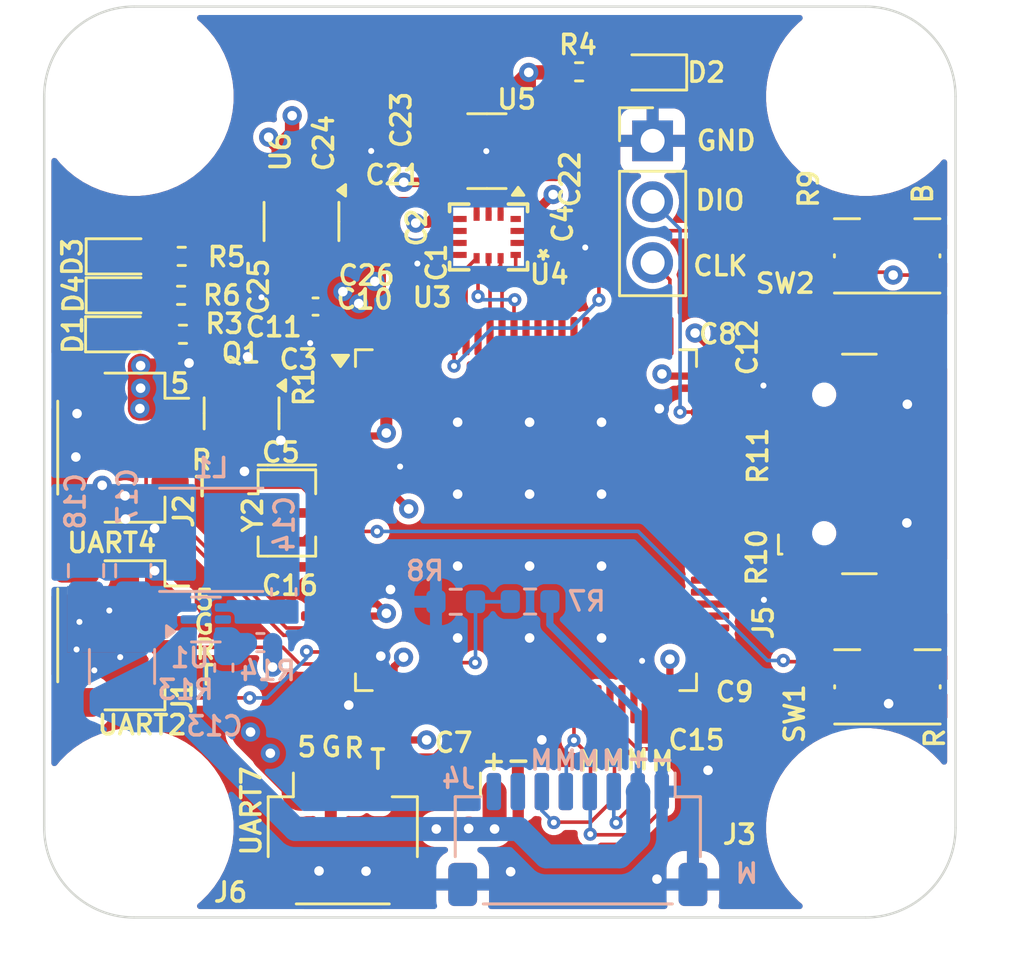
<source format=kicad_pcb>
(kicad_pcb (version 20241229) (generator "pcbnew") (generator_version "9.0")
  (layers (0 "F.Cu" signal) (4 "In1.Cu" signal) (6 "In2.Cu" signal) (2 "B.Cu" signal) (13 "F.Paste" user) (15 "B.Paste" user) (5 "F.SilkS" user "F.Silkscreen") (7 "B.SilkS" user "B.Silkscreen") (1 "F.Mask" user) (3 "B.Mask" user) (25 "Edge.Cuts" user))
  (net 0 "")
  (net 1 "/GND")
  (net 2 "/RESET1")
  (net 3 "/12V")
  (net 4 "Net-(D1-A)")
  (net 5 "Net-(D3-A)")
  (net 6 "Net-(D4-A)")
  (net 7 "/GREEN")
  (net 8 "/BLUE")
  (net 9 "/U2TX")
  (net 10 "/U2RX")
  (net 11 "/IMU_CS")
  (net 12 "/YELLOW")
  (net 13 "/BOOT")
  (net 14 "/MOTOR0")
  (net 15 "/MOTOR1")
  (net 16 "/MOTOR2")
  (net 17 "/MOTOR3")
  (net 18 "/VMCU")
  (net 19 "/VGYRO")
  (net 20 "/5V")
  (net 21 "Net-(U5-BP)")
  (net 22 "Net-(U6-BP)")
  (net 23 "Net-(D2-A)")
  (net 25 "/SCK")
  (net 26 "/MOSI")
  (net 27 "/MISO")
  (net 28 "/VBATMON")
  (net 46 "/U4RX")
  (net 47 "Net-(U3-PH1)")
  (net 48 "/U4TX")
  (net 57 "/U7RX")
  (net 69 "/U7TX")
  (net 71 "Net-(U3-PH0)")
  (net 72 "Net-(C12-Pad1)")
  (net 82 "Net-(C15-Pad1)")
  (net 87 "unconnected-(J5-SBU2-PadB8)")
  (net 88 "Net-(J5-CC2)")
  (net 90 "/USB_DM")
  (net 91 "/NOVBUS")
  (net 92 "/USB_DP")
  (net 93 "Net-(J5-CC1)")
  (net 94 "/SWCLK")
  (net 95 "/SWDIO")
  (net 103 "/SMPS_BOOST")
  (net 104 "/SMPS_V")
  (net 105 "Net-(U1-FB)")
  (net 111 "/VTX_PWR")
  (net 112 "Net-(J2-Pin_2)")
  (footprint "Capacitor_SMD:C_0201_0603Metric" (layer "F.Cu") (at 61.3675 93.575 180)
    (property "Reference" "C26")
    (property "Value" "1u")
  )
  (footprint "Resistor_SMD:R_0402_1005Metric" (layer "F.Cu") (at 55.71 94.045 180)
    (property "Reference" "R6")
    (property "Value" "1K")
  )
  (footprint "Capacitor_SMD:C_0201_0603Metric" (layer "F.Cu") (at 66.04125 90.14 180)
    (property "Reference" "C2")
    (property "Value" "2.2u")
  )
  (footprint "LED_SMD:LED_0603_1608Metric" (layer "F.Cu") (at 53.235 94.045)
    (property "Reference" "D4")
    (property "Value" "BLUE_LED")
  )
  (footprint "Capacitor_SMD:C_0201_0603Metric" (layer "F.Cu") (at 60.7275 88.155 -90)
    (property "Reference" "C24")
    (property "Value" "1u")
  )
  (footprint "Button_Switch_SMD:SW_Push_1P1T-SH_NO_CK_KMR2xxG" (layer "F.Cu") (at 85.15 92.4)
    (property "Reference" "SW2")
    (property "Value" "SW_Push")
  )
  (footprint "Capacitor_SMD:C_0201_0603Metric" (layer "F.Cu") (at 65.91 86.760001 -90)
    (property "Reference" "C23")
    (property "Value" "10n")
  )
  (footprint "Capacitor_SMD:C_0201_0603Metric" (layer "F.Cu") (at 61 100.4 -90)
    (property "Reference" "C5")
    (property "Value" "100n")
  )
  (footprint "Capacitor_SMD:C_0201_0603Metric" (layer "F.Cu") (at 60.43 105.375 180)
    (property "Reference" "C16")
    (property "Value" "100n")
  )
  (footprint "MountingHole:MountingHole_4.3mm_M4_DIN965" (layer "F.Cu") (at 84.25 85.75)
    (property "Reference" "H2" (hide yes))
    (property "Value" "MountingHole_Pad")
  )
  (footprint "Capacitor_SMD:C_0201_0603Metric" (layer "F.Cu") (at 70.63125 91.04 90)
    (property "Reference" "C4")
    (property "Value" "10n")
  )
  (footprint "Capacitor_SMD:C_0201_0603Metric" (layer "F.Cu") (at 77.24 111.095)
    (property "Reference" "C9")
    (property "Value" "100n")
  )
  (footprint "Capacitor_SMD:C_0201_0603Metric" (layer "F.Cu") (at 75.35 112.545)
    (property "Reference" "C15")
    (property "Value" "2.2u")
  )
  (footprint "Capacitor_SMD:C_0201_0603Metric" (layer "F.Cu") (at 66.41125 91.25 90)
    (property "Reference" "C1")
    (property "Value" "100n")
  )
  (footprint "Package_TO_SOT_SMD:SOT-23-5" (layer "F.Cu") (at 60.7275 90.965 -90)
    (property "Reference" "U6")
    (property "Value" "SPX3819M5-L-3-3")
  )
  (footprint "Connector_JST:JST_SH_SM04B-SRSS-TB_1x04-1MP_P1.00mm_Horizontal" (layer "F.Cu") (at 53.25 100.4 -90)
    (property "Reference" "J2")
    (property "Value" "Conn_01x04")
  )
  (footprint "Connector_PinHeader_2.54mm:PinHeader_1x03_P2.54mm_Vertical" (layer "F.Cu") (at 75.37 87.6)
    (property "Reference" "J10" (hide yes))
    (property "Value" "Conn_01x03_Pin")
  )
  (footprint "Capacitor_SMD:C_0201_0603Metric" (layer "F.Cu") (at 66.00125 89.01 90)
    (property "Reference" "C21")
    (property "Value" "1u")
  )
  (footprint "MountingHole:MountingHole_4.3mm_M4_DIN965" (layer "F.Cu") (at 53.75 116.25)
    (property "Reference" "H5" (hide yes))
    (property "Value" "MountingHole_Pad")
  )
  (footprint "LED_SMD:LED_0603_1608Metric" (layer "F.Cu") (at 75.304999 84.746 180)
    (property "Reference" "D2")
    (property "Value" "RED_LED")
  )
  (footprint "Connector_USB:USB_C_Receptacle_GCT_USB4110" (layer "F.Cu") (at 85.13 101.08 90)
    (property "Reference" "J5")
    (property "Value" "USB_C_Receptacle_USB2.0_16P")
  )
  (footprint "Capacitor_SMD:C_0201_0603Metric" (layer "F.Cu") (at 60.62 107.425 180)
    (property "Reference" "C6" (hide yes))
    (property "Value" "100n")
  )
  (footprint "MountingHole:MountingHole_4.3mm_M4_DIN965" (layer "F.Cu") (at 53.75 85.75)
    (property "Reference" "H4" (hide yes))
    (property "Value" "MountingHole_Pad")
  )
  (footprint "LED_SMD:LED_0603_1608Metric" (layer "F.Cu") (at 53.235 92.42)
    (property "Reference" "D3")
    (property "Value" "GREEN_LED")
  )
  (footprint "Capacitor_SMD:C_0201_0603Metric" (layer "F.Cu") (at 62.05 96.205 180)
    (property "Reference" "C3")
    (property "Value" "100n")
  )
  (footprint "Capacitor_SMD:C_0402_1005Metric" (layer "F.Cu") (at 61.315 94.515)
    (property "Reference" "C10")
    (property "Value" "10u")
  )
  (footprint "Resistor_SMD:R_0201_0603Metric" (layer "F.Cu") (at 80 99 90)
    (property "Reference" "R11")
    (property "Value" "5.1K")
  )
  (footprint "Resistor_SMD:R_0402_1005Metric" (layer "F.Cu") (at 55.785 95.67 180)
    (property "Reference" "R3")
    (property "Value" "1K")
  )
  (footprint "Resistor_SMD:R_0201_0603Metric" (layer "F.Cu") (at 79.925 103.175 -90)
    (property "Reference" "R10")
    (property "Value" "5.1K")
  )
  (footprint "Package_TO_SOT_SMD:SOT-23" (layer "F.Cu") (at 58.23 98.97 -90)
    (property "Reference" "Q1")
    (property "Value" "DMN2056U")
  )
  (footprint "Resistor_SMD:R_0402_1005Metric" (layer "F.Cu") (at 72.304999 84.721)
    (property "Reference" "R4")
    (property "Value" "1K")
  )
  (footprint "Connector_JST:JST_SH_SM04B-SRSS-TB_1x04-1MP_P1.00mm_Horizontal" (layer "F.Cu") (at 53.25 108.23 -90)
    (property "Reference" "J1")
    (property "Value" "Conn_01x04")
  )
  (footprint "Crystal:Resonator_SMD_Murata_CSTxExxV-3Pin_3.0x1.1mm" (layer "F.Cu") (at 60.12 103.125 -90)
    (property "Reference" "Y2")
    (property "Value" "CSTNE20M0V53Z000R0")
  )
  (footprint "Capacitor_SMD:C_0201_0603Metric" (layer "F.Cu") (at 64.345 112.545 180)
    (property "Reference" "C7")
    (property "Value" "100n")
  )
  (footprint "footprints:LGA14_2P5X3X0P91_IVS-L" (layer "F.Cu") (at 68.53 91.61 180)
    (property "Reference" "U4")
    (property "Value" "ICM-42688-P")
  )
  (footprint "Resistor_SMD:R_0201_0603Metric" (layer "F.Cu") (at 60.29 99.21 -90)
    (property "Reference" "R1")
    (property "Value" "10K")
  )
  (footprint "Capacitor_SMD:C_0201_0603Metric" (layer "F.Cu") (at 79.24 98.165 90)
    (property "Reference" "C12")
    (property "Value" "2.2u")
  )
  (footprint "Resistor_SMD:R_0201_0603Metric" (layer "F.Cu") (at 81.8 91.2 -90)
    (property "Reference" "R9")
    (property "Value" "10K")
  )
  (footprint "Capacitor_SMD:C_0201_0603Metric" (layer "F.Cu") (at 59.7775 93.875 90)
    (property "Reference" "C25")
    (property "Value" "10n")
  )
  (footprint "Package_QFP:LQFP-100_14x14mm_P0.5mm" (layer "F.Cu") (at 70.09 103.425)
    (property "Reference" "U3")
    (property "Value" "STM32H743VITx")
  )
  (footprint "Capacitor_SMD:C_0201_0603Metric" (layer "F.Cu") (at 71.00125 88.62 90)
    (property "Reference" "C22")
    (property "Value" "1u")
  )
  (footprint "MountingHole:MountingHole_4.3mm_M4_DIN965" (layer "F.Cu") (at 84.25 116.25)
    (property "Reference" "H6" (hide yes))
    (property "Value" "MountingHole_Pad")
  )
  (footprint "Button_Switch_SMD:SW_Push_1P1T-SH_NO_CK_KMR2xxG" (layer "F.Cu") (at 85.16 110.38)
    (property "Reference" "SW1")
    (property "Value" "SW_Push")
  )
  (footprint "Resistor_SMD:R_0402_1005Metric" (layer "F.Cu") (at 55.735 92.42 180)
    (property "Reference" "R5")
    (property "Value" "1K")
  )
  (footprint "Capacitor_SMD:C_0201_0603Metric" (layer "F.Cu") (at 78.08 96.515)
    (property "Reference" "C8")
    (property "Value" "100n")
  )
  (footprint "Package_TO_SOT_SMD:SOT-23-5" (layer "F.Cu") (at 68.46 88.03 180)
    (property "Reference" "U5")
    (property "Value" "SPX3819M5-L-3-3")
  )
  (footprint "Capacitor_SMD:C_0201_0603Metric" (layer "F.Cu") (at 61.49 95.445)
    (property "Reference" "C11")
    (property "Value" "1u")
  )
  (footprint "Connector_JST:JST_SH_SM04B-SRSS-TB_1x04-1MP_P1.00mm_Horizontal" (layer "F.Cu") (at 62.45 116.75)
    (property "Reference" "J6")
    (property "Value" "Conn_01x04")
  )
  (footprint "LED_SMD:LED_0603_1608Metric" (layer "F.Cu") (at 53.21 95.67)
    (property "Reference" "D1")
    (property "Value" "YELLOW_LED")
  )
  (footprint "Connector_JST:JST_SH_SM08B-SRSS-TB_1x08-1MP_P1.00mm_Horizontal" (layer "F.Cu") (at 72.25 116.75)
    (property "Reference" "J3")
    (property "Value" "Conn_01x08_MountingPin")
  )
  (footprint "Package_TO_SOT_SMD:SOT-563" (layer "B.Cu") (at 56.74 107.57)
    (property "Reference" "U1")
    (property "Value" "AP62300Z6")
  )
  (footprint "Connector_JST:JST_SH_SM08B-SRSS-TB_1x08-1MP_P1.00mm_Horizontal" (layer "B.Cu") (at 72.25 116.75 180)
    (property "Reference" "J4")
    (property "Value" "Conn_01x08_MountingPin")
  )
  (footprint "Resistor_SMD:R_0402_1005Metric" (layer "B.Cu") (at 59.015 108.5325)
    (property "Reference" "R14")
    (property "Value" "5.49K")
  )
  (footprint "Capacitor_SMD:C_1210_3225Metric" (layer "B.Cu") (at 53.245 109.53 90)
    (property "Reference" "C13")
    (property "Value" "10u25VX7R")
  )
  (footprint "Inductor_SMD:L_Coilcraft_XxL4030" (layer "B.Cu") (at 56.965 104.245 180)
    (property "Reference" "L1")
    (property "Value" "XEL4030-332MEC")
  )
  (footprint "Resistor_SMD:R_0603_1608Metric" (layer "B.Cu") (at 70.26 106.82 180)
    (property "Reference" "R7")
    (property "Value" "10K")
  )
  (footprint "Capacitor_SMD:C_0805_2012Metric" (layer "B.Cu") (at 53.715 105.53 -90)
    (property "Reference" "C17")
    (property "Value" "22u10VX5R")
  )
  (footprint "Capacitor_SMD:C_0805_2012Metric" (layer "B.Cu") (at 51.745 105.53 -90)
    (property "Reference" "C18")
    (property "Value" "22u10VX5R")
  )
  (footprint "Capacitor_SMD:C_0603_1608Metric" (layer "B.Cu") (at 59.99 106.42 90)
    (property "Reference" "C14")
    (property "Value" "100n25VX7R")
  )
  (footprint "Resistor_SMD:R_0402_1005Metric" (layer "B.Cu") (at 57.49 109.5825 90)
    (property "Reference" "R13")
    (property "Value" "1K")
  )
  (footprint "Resistor_SMD:R_0603_1608Metric" (layer "B.Cu") (at 67.16 106.83)
    (property "Reference" "R8")
    (property "Value" "1K")
  )
  (gr_poly (pts (xy 53.7 96.78) (xy 53.7 99.06) (xy 53.75 99.11) (xy 55.97 99.11) (xy 55.97 97.97) (xy 54.78 96.78)) (stroke (width 0.2)) (fill yes) (layer "F.Cu") (net 20))
  (gr_poly (pts (xy 62.15 96.22) (xy 62.15 95.78) (xy 61.55 95.18) (xy 61.55 91.46) (xy 61.56 91.45) (xy 62.73 91.45) (xy 64.25 92.97) (xy 64.25 96.2) (xy 64.2 96.25) (xy 62.18 96.25)) (stroke (width 0.0001)) (fill yes) (layer "F.Cu") (net 18))
  (gr_poly (pts (xy 55.715 107.93) (xy 54.385 109.28) (xy 52.035 110.46) (xy 51.955 111.49) (xy 53.645 112.27) (xy 54.535 112.27) (xy 55.555 112.27) (xy 56.355 111.45) (xy 56.355 107.97)) (stroke (width 0.01)) (fill yes) (layer "B.Cu") (net 3))
  (gr_line (start 88 85.75) (end 88 116.25) (stroke (width 0.1)) (layer "Edge.Cuts"))
  (gr_arc (start 84.25 82) (mid 86.90165 83.09835) (end 88 85.75) (stroke (width 0.1)) (layer "Edge.Cuts"))
  (gr_line (start 50 116.25) (end 50 85.75) (stroke (width 0.1)) (layer "Edge.Cuts"))
  (gr_arc (start 88 116.25) (mid 86.90165 118.90165) (end 84.25 120) (stroke (width 0.1)) (layer "Edge.Cuts"))
  (gr_line (start 53.75 82) (end 84.25 82) (stroke (width 0.1)) (layer "Edge.Cuts"))
  (gr_arc (start 53.75 120) (mid 51.09835 118.90165) (end 50 116.25) (stroke (width 0.1)) (layer "Edge.Cuts"))
  (gr_line (start 84.25 120) (end 53.75 120) (stroke (width 0.1)) (layer "Edge.Cuts"))
  (gr_arc (start 50 85.75) (mid 51.09835 83.09835) (end 53.75 82) (stroke (width 0.1)) (layer "Edge.Cuts"))
  (gr_text "5" (at 55.18 98.19 0) (layer "F.SilkS") (effects (font (size 0.8 0.8)) (justify left bottom)))
  (gr_text "G" (at 56.17 108.24 0) (layer "F.SilkS") (effects (font (size 0.8 0.8)) (justify left bottom)))
  (gr_text "R" (at 87.6 113.02 90) (layer "F.SilkS") (effects (font (size 0.8 0.8)) (justify left bottom)))
  (gr_text "R" (at 56.22 109.29 0) (layer "F.SilkS") (effects (font (size 0.8 0.8)) (justify left bottom)))
  (gr_text "T" (at 56.36 110.36 0) (layer "F.SilkS") (effects (font (size 0.8 0.8)) (justify left bottom)))
  (gr_text "+" (at 68.16 113.91 0) (layer "F.SilkS") (effects (font (size 0.8 0.8)) (justify left bottom)))
  (gr_text "UART2" (at 52.14 112.44 0) (layer "F.SilkS") (effects (font (size 0.8 0.8)) (justify left bottom)))
  (gr_text "R" (at 56.06 101.39 0) (layer "F.SilkS") (effects (font (size 0.8 0.8)) (justify left bottom)))
  (gr_text "M" (at 73.19 113.92 0) (layer "F.SilkS") (effects (font (size 0.8 0.8)) (justify left bottom)))
  (gr_text "UART7" (at 59.1 117.5 90) (layer "F.SilkS") (effects (font (size 0.8 0.8)) (justify left bottom)))
  (gr_text "5" (at 56.21 107.22 0) (layer "F.SilkS") (effects (font (size 0.8 0.8)) (justify left bottom)))
  (gr_text "M" (at 75.22 113.95 0) (layer "F.SilkS") (effects (font (size 0.8 0.8)) (justify left bottom)))
  (gr_text "B" (at 87.1 90.3 90) (layer "F.SilkS") (effects (font (size 0.8 0.8)) (justify left bottom)))
  (gr_text "UART4" (at 50.87 104.84 0) (layer "F.SilkS") (effects (font (size 0.8 0.8)) (justify left bottom)))
  (gr_text "G" (at 61.47 113.35 0) (layer "F.SilkS") (effects (font (size 0.8 0.8)) (justify left bottom)))
  (gr_text "DIO" (at 77.07 90.55 0) (layer "F.SilkS") (effects (font (size 0.8 0.8)) (justify left bottom)))
  (gr_text "CLK" (at 76.97 93.29 0) (layer "F.SilkS") (effects (font (size 0.8 0.8)) (justify left bottom)))
  (gr_text "M" (at 74.18 113.9 0) (layer "F.SilkS") (effects (font (size 0.8 0.8)) (justify left bottom)))
  (gr_text "-" (at 69.18 113.89 0) (layer "F.SilkS") (effects (font (size 0.8 0.8)) (justify left bottom)))
  (gr_text "GND" (at 77.12 88.06 0) (layer "F.SilkS") (effects (font (size 0.8 0.8)) (justify left bottom)))
  (gr_text "M" (at 72.17 113.95 0) (layer "F.SilkS") (effects (font (size 0.8 0.8)) (justify left bottom)))
  (gr_text "R" (at 62.42 113.4 0) (layer "F.SilkS") (effects (font (size 0.8 0.8)) (justify left bottom)))
  (gr_text "5" (at 60.47 113.36 0) (layer "F.SilkS") (effects (font (size 0.8 0.8)) (justify left bottom)))
  (gr_text "T" (at 63.51 113.88 0) (layer "F.SilkS") (effects (font (size 0.8 0.8)) (justify left bottom)))
  (gr_text "T" (at 56.18 102.51 0) (layer "F.SilkS") (effects (font (size 0.8 0.8)) (justify left bottom)))
  (gr_text "M" (at 74.27 113.93 0) (layer "B.SilkS") (effects (font (size 0.8 0.8)) (justify left bottom mirror)))
  (gr_text "M" (at 78.74 117.62 180) (layer "B.SilkS") (effects (font (size 0.8 0.8)) (justify left bottom mirror)))
  (gr_text "M" (at 72.3 113.92 0) (layer "B.SilkS") (effects (font (size 0.8 0.8)) (justify left bottom mirror)))
  (gr_text "+" (at 74.19 112.99 180) (layer "B.SilkS") (effects (font (size 0.8 0.8)) (justify left bottom mirror)))
  (gr_text "-" (at 75.18 113.03 180) (layer "B.SilkS") (effects (font (size 0.8 0.8)) (justify left bottom mirror)))
  (gr_text "M" (at 73.23 113.95 0) (layer "B.SilkS") (effects (font (size 0.8 0.8)) (justify left bottom mirror)))
  (gr_text "M" (at 71.29 113.91 0) (layer "B.SilkS") (effects (font (size 0.8 0.8)) (justify left bottom mirror)))
  (segment (start 75.59 112.185001) (end 75.67 112.265001) (width 0.3) (layer "F.Cu") (net 1))
  (segment (start 69.6035 88.024) (end 70.79525 88.024) (width 0.6) (layer "F.Cu") (net 1))
  (segment (start 66.085 88.03) (end 64.635 88.03) (width 0.6) (layer "F.Cu") (net 1))
  (segment (start 61.17 95.735) (end 61.475 96.04) (width 0.4) (layer "F.Cu") (net 1))
  (segment (start 58.839032 99.071) (end 57.800532 98.0325) (width 0.3) (layer "F.Cu") (net 1))
  (segment (start 61.17 95.735) (end 61.17 95.445) (width 0.4) (layer "F.Cu") (net 1))
  (segment (start 75.67 112.265001) (end 75.67 112.545) (width 0.3) (layer "F.Cu") (net 1))
  (segment (start 85.17 108.945) (end 85.16 108.955) (width 0.4) (layer "F.Cu") (net 1))
  (segment (start 60.8775 94.195) (end 59.7775 94.195) (width 0.4) (layer "F.Cu") (net 1))
  (segment (start 77.17 112.545) (end 75.67 112.545) (width 0.3) (layer "F.Cu") (net 1))
  (segment (start 62.7 112.225) (end 62.7 111.105) (width 0.3) (layer "F.Cu") (net 1))
  (segment (start 64.09 111.09) (end 62.715 111.09) (width 0.3) (layer "F.Cu") (net 1))
  (segment (start 69.6603 91.36) (end 71.871 91.36) (width 0.25) (layer "F.Cu") (net 1))
  (segment (start 81.38 97.81) (end 81.45 97.88) (width 0.3) (layer "F.Cu") (net 1))
  (segment (start 62.415 106.415) (end 60.38 106.415) (width 0.3) (layer "F.Cu") (net 1))
  (segment (start 82.025 104.855) (end 82.025 106.19) (width 0.4) (layer "F.Cu") (net 1))
  (segment (start 63.415 91.465) (end 64.59 92.64) (width 0.6) (layer "F.Cu") (net 1))
  (segment (start 59.06 94.45) (end 60.815 96.205) (width 0.4) (layer "F.Cu") (net 1))
  (segment (start 68.030001 90.021249) (end 68.22125 89.83) (width 0.25) (layer "F.Cu") (net 1))
  (segment (start 58.065 103.125) (end 58.065 101.675) (width 0.4) (layer "F.Cu") (net 1))
  (segment (start 64.09 111.09) (end 64.025 111.155) (width 0.3) (layer "F.Cu") (net 1))
  (segment (start 66.085 88.60625) (end 66.04125 88.65) (width 0.6) (layer "F.Cu") (net 1))
  (segment (start 77.56 112.155) (end 77.17 112.545) (width 0.3) (layer "F.Cu") (net 1))
  (segment (start 68.22125 89.83) (end 68.22125 89.82875) (width 0.25) (layer "F.Cu") (net 1))
  (segment (start 79.99 97.81) (end 79.99 98.34) (width 0.3) (layer "F.Cu") (net 1))
  (segment (start 85.15 90.975) (end 85.049 90.874) (width 0.15) (layer "F.Cu") (net 1))
  (segment (start 60.7275 90.8775) (end 60.7275 89.8275) (width 0.6) (layer "F.Cu") (net 1))
  (segment (start 64.73125 90.14) (end 65.72125 90.14) (width 0.4) (layer "F.Cu") (net 1))
  (segment (start 80.69 104.28) (end 80.01 104.96) (width 0.4) (layer "F.Cu") (net 1))
  (segment (start 52.4225 95.67) (end 52.8 96.0475) (width 0.8) (layer "F.Cu") (net 1))
  (segment (start 60.7275 92.84) (end 60.7275 93.255) (width 0.6) (layer "F.Cu") (net 1))
  (segment (start 64.985 86.399) (end 64.986001 86.400001) (width 0.6) (layer "F.Cu") (net 1))
  (segment (start 75.59 111.09) (end 75.59 109.955) (width 0.3) (layer "F.Cu") (net 1))
  (segment (start 57.800532 98.0325) (end 57.28 98.0325) (width 0.3) (layer "F.Cu") (net 1))
  (segment (start 82.025 97.175) (end 82.025 95.97) (width 0.15) (layer "F.Cu") (net 1))
  (segment (start 62.415 101.915) (end 64.115 101.915) (width 0.3) (layer "F.Cu") (net 1))
  (segment (start 68.435 88.03) (end 68.435 89.425) (width 0.6) (layer "F.Cu") (net 1))
  (segment (start 79.24 97.845) (end 79.24 96.815) (width 0.3) (layer "F.Cu") (net 1))
  (segment (start 65.190999 92.64) (end 64.59 92.64) (width 0.4) (layer "F.Cu") (net 1))
  (segment (start 61.475 96.04) (end 61.64 96.205) (width 0.4) (layer "F.Cu") (net 1))
  (segment (start 79.445 97.265) (end 79.99 97.81) (width 0.3) (layer "F.Cu") (net 1))
  (segment (start 66.085 88.03) (end 66.085 88.60625) (width 0.6) (layer "F.Cu") (net 1))
  (segment (start 81.45 97.88) (end 81.45 97.75) (width 0.15) (layer "F.Cu") (net 1))
  (segment (start 75.65 98.775) (end 76.51 97.915) (width 0.3) (layer "F.Cu") (net 1))
  (segment (start 66.41125 92.121252) (end 66.649999 92.360001) (width 0.25) (layer "F.Cu") (net 1))
  (segment (start 66.41125 91.57) (end 66.41125 91.86875) (width 0.4) (layer "F.Cu") (net 1))
  (segment (start 72.371 91.86) (end 69.6603 91.86) (width 0.25) (layer "F.Cu") (net 1))
  (segment (start 64.986001 86.400001) (end 65.91 86.400001) (width 0.6) (layer "F.Cu") (net 1))
  (segment (start 59.06 94.13) (end 59.06 94.45) (width 0.4) (layer "F.Cu") (net 1))
  (segment (start 76.51 97.915) (end 79.52 97.915) (width 0.3) (layer "F.Cu") (net 1))
  (segment (start 69.5975 88.03) (end 68.435 88.03) (width 0.6) (layer "F.Cu") (net 1))
  (segment (start 71.871 91.36) (end 72.56 92.049) (width 0.25) (layer "F.Cu") (net 1))
  (segment (start 79.445 96.47) (end 79.445 97.265) (width 0.3) (layer "F.Cu") (net 1))
  (segment (start 66.41125 91.57) (end 66.41125 92.121252) (width 0.25) (layer "F.Cu") (net 1))
  (segment (start 67.3997 91.36) (end 66.85125 91.36) (width 0.25) (layer "F.Cu") (net 1))
  (segment (start 81.925 95.87) (end 82.025 95.97) (width 0.3) (layer "F.Cu") (net 1))
  (segment (start 64.635 86.749) (end 64.985 86.399) (width 0.6) (layer "F.Cu") (net 1))
  (segment (start 68.030001 90.721) (end 68.030001 90.021249) (width 0.25) (layer "F.Cu") (net 1))
  (segment (start 57.74 90.94) (end 60.79 90.94) (width 0.6) (layer "F.Cu") (net 1))
  (segment (start 62.7 112.225) (end 63.145 112.67) (width 0.3) (layer "F.Cu") (net 1))
  (segment (start 60.815 96.205) (end 61.73 96.205) (width 0.4) (layer "F.Cu") (net 1))
  (segment (start 60.815 96.205) (end 60.815 95.8) (width 0.4) (layer "F.Cu") (net 1))
  (segment (start 81.806 90.874) (end 81.8 90.88) (width 0.15) (layer "F.Cu") (net 1))
  (segment (start 78.94 96.515) (end 78.4 96.515) (width 0.3) (layer "F.Cu") (net 1))
  (segment (start 60.98 96.04) (end 61.09 96.04) (width 0.4) (layer "F.Cu") (net 1))
  (segment (start 64.09 109.152565) (end 64.09 111.09) (width 0.3) (layer "F.Cu") (net 1))
  (segment (start 61 100.72) (end 60.494016 100.72) (width 0.3) (layer "F.Cu") (net 1))
  (segment (start 64.115 101.915) (end 64.84 101.19) (width 0.3) (layer "F.Cu") (net 1))
  (segment (start 69.5975 88.03) (end 69.6035 88.024) (width 0.6) (layer "F.Cu") (net 1))
  (segment (start 80 98.35) (end 80 98.68) (width 0.3) (layer "F.Cu") (net 1))
  (segment (start 79.99 97.81) (end 81.38 97.81) (width 0.3) (layer "F.Cu") (net 1))
  (segment (start 60.815 95.8) (end 61.17 95.445) (width 0.4) (layer "F.Cu") (net 1))
  (segment (start 64.09 112.48) (end 64.025 112.545) (width 0.3) (layer "F.Cu") (net 1))
  (segment (start 68.435 88.03) (end 66.085 88.03) (width 0.6) (layer "F.Cu") (net 1))
  (segment (start 60.3 107.425) (end 60.3 106.335) (width 0.3) (layer "F.Cu") (net 1))
  (segment (start 66.85125 91.36) (end 66.64125 91.57) (width 0.25) (layer "F.Cu") (net 1))
  (segment (start 80.69 104.28) (end 81.45 104.28) (width 0.4) (layer "F.Cu") (net 1))
  (segment (start 64.09 111.09) (end 64.09 112.48) (width 0.3) (layer "F.Cu") (net 1))
  (segment (start 52.4475 92.42) (end 52.4475 95.645) (width 0.8) (layer "F.Cu") (net 1))
  (segment (start 63.02 112.545) (end 62.7 112.225) (width 0.3) (layer "F.Cu") (net 1))
  (segment (start 60.494016 100.72) (end 58.845016 99.071) (width 0.3) (layer "F.Cu") (net 1))
  (segment (start 64.635 88.03) (end 63.641 88.03) (width 0.6) (layer "F.Cu") (net 1))
  (segment (start 61.0475 94.365) (end 60.8775 94.195) (width 0.4) (layer "F.Cu") (net 1))
  (segment (start 64.635 88.03) (end 64.635 86.749) (width 0.6) (layer "F.Cu") (net 1))
  (segment (start 79.31 97.915) (end 79.24 97.845) (width 0.3) (layer "F.Cu") (net 1))
  (segment (start 63.641 88.03) (end 63.635 88.024) (width 0.6) (layer "F.Cu") (net 1))
  (segment (start 66.64125 91.57) (end 66.93125 91.86) (width 0.25) (layer "F.Cu") (net 1))
  (segment (start 79.93 95.87) (end 79.93 95.985) (width 0.3) (layer "F.Cu") (net 1))
  (segment (start 82.025 106.19) (end 82.665 106.19) (width 0.4) (layer "F.Cu") (net 1))
  (segment (start 60.79 90.94) (end 60.7275 90.8775) (width 0.6) (layer "F.Cu") (net 1))
  (segment (start 58.065 101.675) (end 58.35 101.39) (width 0.4) (layer "F.Cu") (net 1))
  (segment (start 60.7275 94.045) (end 60.8775 94.195) (width 0.6) (layer "F.Cu") (net 1))
  (segment (start 77.56 112.155) (end 77.56 111.095) (width 0.3) (layer "F.Cu") (net 1))
  (segment (start 81.45 104.28) (end 82.025 104.855) (width 0.4) (layer "F.Cu") (net 1))
  (segment (start 66.64125 91.57) (end 66.41125 91.57) (width 0.25) (layer "F.Cu") (net 1))
  (segment (start 66.649999 92.360001) (end 67.3997 92.360001) (width 0.25) (layer "F.Cu") (net 1))
  (segment (start 61.17 95.445) (end 61.0475 95.3225) (width 0.4) (layer "F.Cu") (net 1))
  (segment (start 79.99 98.34) (end 80 98.35) (width 0.3) (layer "F.Cu") (net 1))
  (segment (start 62.715 111.09) (end 62.7 111.105) (width 0.3) (layer "F.Cu") (net 1))
  (segment (start 64.59 92.64) (end 64.59 95.74) (width 0.3) (layer "F.Cu") (net 1))
  (segment (start 72.56 92.049) (end 72.56 92.265999) (width 0.25) (layer "F.Cu") (net 1))
  (segment (start 64.025 112.545) (end 63.02 112.545) (width 0.3) (layer "F.Cu") (net 1))
  (segment (start 66.93125 91.86) (end 67.3997 91.86) (width 0.25) (layer "F.Cu") (net 1))
  (segment (start 61.64 96.205) (end 61.73 96.205) (width 0.4) (layer "F.Cu") (net 1))
  (segment (start 52.4475 95.645) (end 52.4225 95.67) (width 0.8) (layer "F.Cu") (net 1))
  (segment (start 81.45 97.75) (end 82.025 97.175) (width 0.15) (layer "F.Cu") (net 1))
  (segment (start 60.7275 92.84) (end 60.7275 94.045) (width 0.6) (layer "F.Cu") (net 1))
  (segment (start 70.445 108.37) (end 70.47 108.37) (width 0.15) (layer "F.Cu") (net 1))
  (segment (start 63.415 90.94) (end 60.79 90.94) (width 0.6) (layer "F.Cu") (net 1))
  (segment (start 70.395 108.42) (end 70.445 108.37) (width 0.15) (layer "F.Cu") (net 1))
  (segment (start 63.415 90.94) (end 63.415 91.465) (width 0.6) (layer "F.Cu") (net 1))
  (segment (start 58.845016 99.071) (end 58.839032 99.071) (width 0.3) (layer "F.Cu") (net 1))
  (segment (start 68.435 89.425) (end 68.53 89.52) (width 0.6) (layer "F.Cu") (net 1))
  (segment (start 75.59 109.955) (end 74.93 109.295) (width 0.3) (layer "F.Cu") (net 1))
  (segment (start 72.56 92.049) (end 72.371 91.86) (width 0.25) (layer "F.Cu") (net 1))
  (segment (start 62.415 106.415) (end 64.54 106.415) (width 0.3) (layer "F.Cu") (net 1))
  (segment (start 75.59 112.185001) (end 75.59 111.09) (width 0.3) (layer "F.Cu") (net 1))
  (segment (start 70.79525 88.024) (end 71.00125 88.23) (width 0.6) (layer "F.Cu") (net 1))
  (segment (start 85.049 90.874) (end 81.806 90.874) (width 0.15) (layer "F.Cu") (net 1))
  (segment (start 60.7275 89.8275) (end 60.7275 88.49) (width 0.4) (layer "F.Cu") (net 1))
  (segment (start 66.04125 88.65) (end 66.00125 88.65) (width 0.6) (layer "F.Cu") (net 1))
  (segment (start 61.0475 93.575) (end 60.7275 93.255) (width 0.4) (layer "F.Cu") (net 1))
  (segment (start 79.24 96.815) (end 78.94 96.515) (width 0.3) (layer "F.Cu") (net 1))
  (segment (start 80.01 104.96) (end 80.01 106.75) (width 0.4) (layer "F.Cu") (net 1))
  (segment (start 60.3 106.335) (end 60.11 106.145) (width 0.3) (layer "F.Cu") (net 1))
  (segment (start 79.93 95.87) (end 81.925 95.87) (width 0.3) (layer "F.Cu") (net 1))
  (segment (start 79.87 103.46) (end 80.69 104.28) (width 0.4) (layer "F.Cu") (net 1))
  (segment (start 61.09 96.04) (end 61.475 96.04) (width 0.4) (layer "F.Cu") (net 1))
  (segment (start 60.815 96.205) (end 60.98 96.04) (width 0.4) (layer "F.Cu") (net 1))
  (segment (start 64.59 92.47) (end 64.59 92.64) (width 0.3) (layer "F.Cu") (net 1))
  (segment (start 68.22125 89.82875) (end 68.53 89.52) (width 0.25) (layer "F.Cu") (net 1))
  (segment (start 61.0475 94.365) (end 61.0475 93.575) (width 0.4) (layer "F.Cu") (net 1))
  (segment (start 79.93 95.985) (end 79.445 96.47) (width 0.3) (layer "F.Cu") (net 1))
  (segment (start 61.0475 95.3225) (end 61.0475 94.365) (width 0.4) (layer "F.Cu") (net 1))
  (segment (start 64.035369 109.097934) (end 64.09 109.152565) (width 0.3) (layer "F.Cu") (net 1))
  (segment (start 60.7275 90.8775) (end 60.7275 92.84) (width 0.6) (layer "F.Cu") (net 1))
  (segment (start 66.41125 91.86875) (end 65.559999 92.720001) (width 0.4) (layer "F.Cu") (net 1))
  (segment (start 79.52 97.915) (end 79.31 97.915) (width 0.3) (layer "F.Cu") (net 1))
  (segment (start 68.53 90.721) (end 68.53 89.52) (width 0.25) (layer "F.Cu") (net 1))
  (segment (start 60.12 103.125) (end 58.065 103.125) (width 0.4) (layer "F.Cu") (net 1))
  (via (at 59.867008 100.092992) (size 0.8) (drill 0.4) (layers "F.Cu" "B.Cu") (net 1))
  (via (at 61.46 118.06) (size 0.8) (drill 0.4) (layers "F.Cu" "B.Cu") (net 1))
  (via (at 67.24 105.34) (size 0.8) (drill 0.4) (layers "F.Cu" "B.Cu") (net 1))
  (via (at 59.06 94.13) (size 0.55) (drill 0.25) (layers "F.Cu" "B.Cu") (net 1))
  (via (at 72.56 92.049) (size 0.55) (drill 0.25) (layers "F.Cu" "B.Cu") (net 1))
  (via (at 77.68 113.86) (size 0.8) (drill 0.4) (layers "F.Cu" "B.Cu") (net 1))
  (via (at 75.55 118.4) (size 0.8) (drill 0.4) (layers "F.Cu" "B.Cu") (net 1))
  (via (at 58.35 101.39) (size 0.8) (drill 0.4) (layers "F.Cu" "B.Cu") (net 1))
  (via (at 67.24 108.34) (size 0.8) (drill 0.4) (layers "F.Cu" "B.Cu") (net 1))
  (via (at 58.48 96.61) (size 0.8) (drill 0.4) (layers "F.Cu" "B.Cu") (net 1))
  (via (at 51.35 108.82) (size 0.55) (drill 0.25) (layers "F.Cu" "B.Cu") (net 1))
  (via (at 80.01 106.75) (size 0.55) (drill 0.25) (layers "F.Cu" "B.Cu") (net 1))
  (via (at 75.65 98.775) (size 0.8) (drill 0.4) (layers "F.Cu" "B.Cu") (net 1))
  (via (at 74.93 109.295) (size 0.55) (drill 0.25) (layers "F.Cu" "B.Cu") (net 1))
  (via (at 64.84 101.19) (size 0.55) (drill 0.25) (layers "F.Cu" "B.Cu") (net 1))
  (via (at 68.435 88.03) (size 0.55) (drill 0.25) (layers "F.Cu" "B.Cu") (net 1))
  (via (at 63.42 118.07) (size 0.8) (drill 0.4) (layers "F.Cu" "B.Cu") (net 1))
  (via (at 73.24 102.34) (size 0.8) (drill 0.4) (layers "F.Cu" "B.Cu") (net 1))
  (via (at 73.24 108.34) (size 0.8) (drill 0.4) (layers "F.Cu" "B.Cu") (net 1))
  (via (at 52.09 109.69) (size 0.55) (drill 0.25) (layers "F.Cu" "B.Cu") (net 1))
  (via (at 51.37 98.98) (size 0.8) (drill 0.4) (layers "F.Cu" "B.Cu") (net 1))
  (via (at 73.24 99.34) (size 0.8) (drill 0.4) (layers "F.Cu" "B.Cu") (net 1))
  (via (at 73.24 105.34) (size 0.8) (drill 0.4) (layers "F.Cu" "B.Cu") (net 1))
  (via (at 64.44 106.32) (size 0.8) (drill 0.4) (layers "F.Cu" "B.Cu") (net 1))
  (via (at 61.09 96.04) (size 0.55) (drill 0.25) (layers "F.Cu" "B.Cu") (net 1))
  (via (at 51.32 100.79) (size 0.8) (drill 0.4) (layers "F.Cu" "B.Cu") (net 1))
  (via (at 70.24 105.34) (size 0.8) (drill 0.4) (layers "F.Cu" "B.Cu") (net 1))
  (via (at 70.24 102.34) (size 0.8) (drill 0.4) (layers "F.Cu" "B.Cu") (net 1))
  (via (at 56.04 96.87) (size 0.8) (drill 0.4) (layers "F.Cu" "B.Cu") (net 1))
  (via (at 65.559999 92.720001) (size 0.55) (drill 0.25) (layers "F.Cu" "B.Cu") (net 1))
  (via (at 62.7 111.14) (size 0.8) (drill 0.4) (layers "F.Cu" "B.Cu") (net 1))
  (via (at 51.47 107.67) (size 0.55) (drill 0.25) (layers "F.Cu" "B.Cu") (net 1))
  (via (at 85.99 98.59) (size 0.8) (drill 0.4) (layers "F.Cu" "B.Cu") (net 1))
  (via (at 67.24 99.34) (size 0.8) (drill 0.4) (layers "F.Cu" "B.Cu") (net 1))
  (via (at 85.97 103.54) (size 0.8) (drill 0.4) (layers "F.Cu" "B.Cu") (net 1))
  (via (at 69.45 118.09) (size 0.8) (drill 0.4) (layers "F.Cu" "B.Cu") (net 1))
  (via (at 67.24 102.34) (size 0.8) (drill 0.4) (layers "F.Cu" "B.Cu") (net 1))
  (via (at 85.21 111.08) (size 0.8) (drill 0.4) (layers "F.Cu" "B.Cu") (net 1))
  (via (at 79.99 97.81) (size 0.55) (drill 0.25) (layers "F.Cu" "B.Cu") (net 1))
  (via (at 63.635 88.024) (size 0.55) (drill 0.25) (layers "F.Cu" "B.Cu") (net 1))
  (via (at 64.035369 109.097934) (size 0.8) (drill 0.4) (layers "F.Cu" "B.Cu") (net 1))
  (via (at 70.24 108.34) (size 0.8) (drill 0.4) (layers "F.Cu" "B.Cu") (net 1))
  (via (at 70.75 112.59) (size 0.8) (drill 0.4) (layers "F.Cu" "B.Cu") (net 1))
  (via (at 70.24 99.34) (size 0.8) (drill 0.4) (layers "F.Cu" "B.Cu") (net 1))
  (via (at 52.715 107.195) (size 0.55) (drill 0.25) (layers "F.Cu" "B.Cu") (net 1))
  (via (at 53.17 109.14) (size 0.55) (drill 0.25) (layers "F.Cu" "B.Cu") (net 1))
  (segment (start 61.09 96.04) (end 61.04 96.09) (width 0.4) (layer "B.Cu") (net 1))
  (segment (start 87.21 109.58) (end 83.11 109.58) (width 0.15) (layer "F.Cu") (net 2))
  (segment (start 80.87 109.33) (end 80.82 109.28) (width 0.15) (layer "F.Cu") (net 2))
  (segment (start 60.75 105.375) (end 61.07 105.375) (width 0.15) (layer "F.Cu") (net 2))
  (segment (start 83.11 109.58) (end 83.12 109.57) (width 0.15) (layer "F.Cu") (net 2))
  (segment (start 61.615001 103.915) (end 61.39 104.140001) (width 0.15) (layer "F.Cu") (net 2))
  (segment (start 63.88 103.895) (end 62.435 103.895) (width 0.15) (layer "F.Cu") (net 2))
  (segment (start 62.435 103.895) (end 62.415 103.915) (width 0.15) (layer "F.Cu") (net 2))
  (segment (start 83.12 109.38) (end 83.07 109.33) (width 0.15) (layer "F.Cu") (net 2))
  (segment (start 61.39 104.140001) (end 61.39 105.055) (width 0.15) (layer "F.Cu") (net 2))
  (segment (start 62.415 103.915) (end 61.615001 103.915) (width 0.15) (layer "F.Cu") (net 2))
  (segment (start 61.07 105.375) (end 61.39 105.055) (width 0.15) (layer "F.Cu") (net 2))
  (segment (start 83.07 109.33) (end 80.87 109.33) (width 0.15) (layer "F.Cu") (net 2))
  (segment (start 83.12 109.57) (end 83.12 109.38) (width 0.15) (layer "F.Cu") (net 2))
  (via (at 80.82 109.28) (size 0.55) (drill 0.25) (layers "F.Cu" "B.Cu") (net 2))
  (via (at 63.88 103.895) (size 0.55) (drill 0.25) (layers "F.Cu" "B.Cu") (net 2))
  (segment (start 80.82 109.28) (end 80.155 109.28) (width 0.15) (layer "B.Cu") (net 2))
  (segment (start 74.77 103.895) (end 63.88 103.895) (width 0.15) (layer "B.Cu") (net 2))
  (segment (start 80.155 109.28) (end 74.77 103.895) (width 0.15) (layer "B.Cu") (net 2))
  (segment (start 68.78 116.31) (end 68.78 114.78) (width 1) (layer "F.Cu") (net 3))
  (segment (start 68.78 116.31) (end 67.72 116.31) (width 1) (layer "F.Cu") (net 3))
  (segment (start 68.78 116.31) (end 66.35 116.31) (width 1) (layer "F.Cu") (net 3))
  (segment (start 67.72 116.31) (end 67.7 116.29) (width 1) (layer "F.Cu") (net 3))
  (segment (start 68.78 114.78) (end 68.75 114.75) (width 1) (layer "F.Cu") (net 3))
  (via (at 68.78 116.31) (size 0.8) (drill 0.4) (layers "F.Cu" "B.Cu") (net 3))
  (via (at 67.7 116.29) (size 0.8) (drill 0.4) (layers "F.Cu" "B.Cu") (net 3))
  (via (at 66.35 116.31) (size 0.8) (drill 0.4) (layers "F.Cu" "B.Cu") (net 3))
  (segment (start 68.78 116.31) (end 60.47 116.31) (width 1) (layer "B.Cu") (net 3))
  (segment (start 74 117.45) (end 74.77 116.68) (width 1) (layer "B.Cu") (net 3))
  (segment (start 74.77 114.77) (end 74.75 114.75) (width 1) (layer "B.Cu") (net 3))
  (segment (start 74.77 111.46) (end 74.77 114.73) (width 0.3) (layer "B.Cu") (net 3))
  (segment (start 69.79 116.31) (end 70.93 117.45) (width 1) (layer "B.Cu") (net 3))
  (segment (start 60.47 116.31) (end 54.26 110.1) (width 1) (layer "B.Cu") (net 3))
  (segment (start 71.085 106.82) (end 71.085 107.775) (width 0.3) (layer "B.Cu") (net 3))
  (segment (start 70.93 117.45) (end 74 117.45) (width 1) (layer "B.Cu") (net 3))
  (segment (start 54.26 110.1) (end 54.21 110.1) (width 1) (layer "B.Cu") (net 3))
  (segment (start 71.085 107.775) (end 74.77 111.46) (width 0.3) (layer "B.Cu") (net 3))
  (segment (start 68.78 116.31) (end 69.79 116.31) (width 1) (layer "B.Cu") (net 3))
  (segment (start 74.77 114.73) (end 74.75 114.75) (width 0.3) (layer "B.Cu") (net 3))
  (segment (start 74.77 116.68) (end 74.77 114.77) (width 1) (layer "B.Cu") (net 3))
  (segment (start 53.9975 95.67) (end 55.275 95.67) (width 0.15) (layer "F.Cu") (net 4))
  (segment (start 54.0225 92.42) (end 55.225 92.42) (width 0.15) (layer "F.Cu") (net 5))
  (segment (start 54.0225 94.045) (end 55.2 94.045) (width 0.15) (layer "F.Cu") (net 6))
  (segment (start 62.415 97.425) (end 61.432546 97.425) (width 0.15) (layer "F.Cu") (net 7))
  (segment (start 61.432546 97.425) (end 56.427546 92.42) (width 0.15) (layer "F.Cu") (net 7))
  (segment (start 56.427546 92.42) (end 56.245 92.42) (width 0.15) (layer "F.Cu") (net 7))
  (segment (start 56.52 92.42) (end 56.245 92.42) (width 0.15) (layer "F.Cu") (net 7))
  (segment (start 61.506868 97.925) (end 62.415 97.925) (width 0.15) (layer "F.Cu") (net 8))
  (segment (start 57.626868 94.045) (end 61.506868 97.925) (width 0.15) (layer "F.Cu") (net 8))
  (segment (start 56.22 94.045) (end 57.626868 94.045) (width 0.15) (layer "F.Cu") (net 8))
  (segment (start 58.57 110.84) (end 56.36 110.84) (width 0.15) (layer "F.Cu") (net 9))
  (segment (start 62.415 108.925) (end 60.965 108.925) (width 0.15) (layer "F.Cu") (net 9))
  (segment (start 56.36 110.84) (end 55.25 109.73) (width 0.15) (layer "F.Cu") (net 9))
  (segment (start 60.965 108.925) (end 60.94 108.9) (width 0.15) (layer "F.Cu") (net 9))
  (via (at 60.94 108.9) (size 0.55) (drill 0.25) (layers "F.Cu" "B.Cu") (net 9))
  (via (at 58.57 110.84) (size 0.55) (drill 0.25) (layers "F.Cu" "B.Cu") (net 9))
  (segment (start 60.94 109.18) (end 60.94 108.9) (width 0.15) (layer "B.Cu") (net 9))
  (segment (start 59.28 110.84) (end 60.94 109.18) (width 0.15) (layer "B.Cu") (net 9))
  (segment (start 58.57 110.84) (end 59.28 110.84) (width 0.15) (layer "B.Cu") (net 9))
  (segment (start 62.415 109.425) (end 60.645 109.425) (width 0.15) (layer "F.Cu") (net 10))
  (segment (start 60.645 109.425) (end 59.95 108.73) (width 0.15) (layer "F.Cu") (net 10))
  (segment (start 59.95 108.73) (end 55.25 108.73) (width 0.15) (layer "F.Cu") (net 10))
  (segment (start 67.59 92.939001) (end 67.59 95.75) (width 0.15) (layer "F.Cu") (net 11))
  (segment (start 68.030001 92.499) (end 67.59 92.939001) (width 0.15) (layer "F.Cu") (net 11))
  (segment (start 63.338999 98.301) (end 61.45719 98.301) (width 0.15) (layer "F.Cu") (net 12))
  (segment (start 61.45719 98.301) (end 58.82619 95.67) (width 0.15) (layer "F.Cu") (net 12))
  (segment (start 58.82619 95.67) (end 56.295 95.67) (width 0.15) (layer "F.Cu") (net 12))
  (segment (start 63.214999 98.425) (end 63.338999 98.301) (width 0.15) (layer "F.Cu") (net 12))
  (segment (start 62.415 98.425) (end 63.214999 98.425) (width 0.15) (layer "F.Cu") (net 12))
  (segment (start 81.63 91.35) (end 81.8 91.52) (width 0.15) (layer "F.Cu") (net 13))
  (segment (start 81.88 91.6) (end 81.8 91.52) (width 0.15) (layer "F.Cu") (net 13))
  (segment (start 87.2 91.6) (end 83.1 91.6) (width 0.15) (layer "F.Cu") (net 13))
  (segment (start 73.13 92.76) (end 74.54 91.35) (width 0.15) (layer "F.Cu") (net 13))
  (segment (start 83.1 91.6) (end 81.88 91.6) (width 0.15) (layer "F.Cu") (net 13))
  (segment (start 67.09 96.995) (end 67.09 95.74) (width 0.15) (layer "F.Cu") (net 13))
  (segment (start 73.13 94.24) (end 73.13 92.76) (width 0.15) (layer "F.Cu") (net 13))
  (segment (start 74.54 91.35) (end 81.63 91.35) (width 0.15) (layer "F.Cu") (net 13))
  (via (at 67.09 96.995) (size 0.55) (drill 0.25) (layers "F.Cu" "B.Cu") (net 13))
  (via (at 73.13 94.24) (size 0.55) (drill 0.25) (layers "F.Cu" "B.Cu") (net 13))
  (segment (start 71.97 95.41) (end 68.675 95.41) (width 0.15) (layer "B.Cu") (net 13))
  (segment (start 68.675 95.41) (end 67.09 96.995) (width 0.15) (layer "B.Cu") (net 13))
  (segment (start 73.14 94.24) (end 71.97 95.41) (width 0.15) (layer "B.Cu") (net 13))
  (segment (start 73.13 94.24) (end 73.14 94.24) (width 0.15) (layer "B.Cu") (net 13))
  (segment (start 72.09 112.61) (end 72.09 111.1) (width 0.15) (layer "F.Cu") (net 14))
  (segment (start 72.78 114.72) (end 72.78 113.3) (width 0.15) (layer "F.Cu") (net 14))
  (segment (start 72.75 114.75) (end 72.78 114.72) (width 0.15) (layer "F.Cu") (net 14))
  (segment (start 72.78 113.3) (end 72.09 112.61) (width 0.15) (layer "F.Cu") (net 14))
  (via (at 72.09 112.61) (size 0.55) (drill 0.25) (layers "F.Cu" "B.Cu") (net 14))
  (segment (start 71.77 112.93) (end 71.77 114.73) (width 0.15) (layer "B.Cu") (net 14))
  (segment (start 72.09 112.61) (end 71.77 112.93) (width 0.15) (layer "B.Cu") (net 14))
  (segment (start 71.77 114.73) (end 71.75 114.75) (width 0.15) (layer "B.Cu") (net 14))
  (segment (start 73.78 113.48) (end 72.59 112.29) (width 0.15) (layer "F.Cu") (net 15))
  (segment (start 73.75 114.75) (end 73.75 115.060902) (width 0.15) (layer "F.Cu") (net 15))
  (segment (start 73.75 114.75) (end 73.78 114.78) (width 0.15) (layer "F.Cu") (net 15))
  (segment (start 73.75 114.75) (end 73.78 114.72) (width 0.15) (layer "F.Cu") (net 15))
  (segment (start 72.786902 116.024) (end 71.266 116.024) (width 0.15) (layer "F.Cu") (net 15))
  (segment (start 73.78 114.78) (end 73.78 114.984999) (width 0.15) (layer "F.Cu") (net 15))
  (segment (start 73.75 115.060902) (end 72.786902 116.024) (width 0.15) (layer "F.Cu") (net 15))
  (segment (start 73.78 114.72) (end 73.78 113.48) (width 0.15) (layer "F.Cu") (net 15))
  (segment (start 71.266 116.024) (end 71.25 116.04) (width 0.15) (layer "F.Cu") (net 15))
  (segment (start 72.59 112.29) (end 72.59 111.1) (width 0.15) (layer "F.Cu") (net 15))
  (via (at 71.25 116.04) (size 0.55) (drill 0.25) (layers "F.Cu" "B.Cu") (net 15))
  (segment (start 70.748314 115.41) (end 70.748314 114.751686) (width 0.15) (layer "B.Cu") (net 15))
  (segment (start 70.75 115.54) (end 70.75 114.75) (width 0.15) (layer "B.Cu") (net 15))
  (segment (start 71.25 116.04) (end 70.75 115.54) (width 0.15) (layer "B.Cu") (net 15))
  (segment (start 70.748314 114.751686) (end 70.75 114.75) (width 0.15) (layer "B.Cu") (net 15))
  (segment (start 73.09 111.827758) (end 73.09 111.1) (width 0.15) (layer "F.Cu") (net 16))
  (segment (start 74.75 114.75) (end 74.78 114.72) (width 0.15) (layer "F.Cu") (net 16))
  (segment (start 74.78 114.72) (end 74.78 113.517758) (width 0.15) (layer "F.Cu") (net 16))
  (segment (start 73.845 116.051) (end 73.845 116.005) (width 0.15) (layer "F.Cu") (net 16))
  (segment (start 73.845 116.005) (end 74.75 115.1) (width 0.15) (layer "F.Cu") (net 16))
  (segment (start 74.78 114.78) (end 74.78 114.81) (width 0.15) (layer "F.Cu") (net 16))
  (segment (start 74.75 114.75) (end 74.78 114.78) (width 0.15) (layer "F.Cu") (net 16))
  (segment (start 74.75 115.1) (end 74.75 114.75) (width 0.15) (layer "F.Cu") (net 16))
  (segment (start 74.78 113.517758) (end 73.09 111.827758) (width 0.15) (layer "F.Cu") (net 16))
  (via (at 73.845 116.051) (size 0.55) (drill 0.25) (layers "F.Cu" "B.Cu") (net 16))
  (segment (start 73.75 115.956) (end 73.75 114.75) (width 0.15) (layer "B.Cu") (net 16))
  (segment (start 73.845 116.051) (end 73.75 115.956) (width 0.15) (layer "B.Cu") (net 16))
  (segment (start 75.315999 112.971) (end 74.733242 112.971) (width 0.15) (layer "F.Cu") (net 17))
  (segment (start 74.733242 112.971) (end 73.59 111.827758) (width 0.15) (layer "F.Cu") (net 17))
  (segment (start 75.75 114.75) (end 75.78 114.72) (width 0.15) (layer "F.Cu") (net 17))
  (segment (start 75.78 113.435001) (end 75.315999 112.971) (width 0.15) (layer "F.Cu") (net 17))
  (segment (start 73.59 111.827758) (end 73.59 111.1) (width 0.15) (layer "F.Cu") (net 17))
  (segment (start 75.75 115.524999) (end 75.75 114.75) (width 0.15) (layer "F.Cu") (net 17))
  (segment (start 72.796 116.551) (end 74.723999 116.551) (width 0.15) (layer "F.Cu") (net 17))
  (segment (start 74.723999 116.551) (end 75.75 115.524999) (width 0.15) (layer "F.Cu") (net 17))
  (segment (start 72.77 116.525) (end 72.796 116.551) (width 0.15) (layer "F.Cu") (net 17))
  (segment (start 75.78 114.72) (end 75.78 113.435001) (width 0.15) (layer "F.Cu") (net 17))
  (via (at 72.77 116.525) (size 0.55) (drill 0.25) (layers "F.Cu" "B.Cu") (net 17))
  (segment (start 72.77 116.525) (end 72.77 114.77) (width 0.15) (layer "B.Cu") (net 17))
  (segment (start 72.8 114.235) (end 72.75 114.285) (width 0.15) (layer "B.Cu") (net 17))
  (segment (start 72.75 114.265) (end 72.75 114.75) (width 0.15) (layer "B.Cu") (net 17))
  (segment (start 72.79 114.225) (end 72.75 114.265) (width 0.15) (layer "B.Cu") (net 17))
  (segment (start 72.75 114.285) (end 72.75 114.75) (width 0.15) (layer "B.Cu") (net 17))
  (segment (start 72.77 114.77) (end 72.75 114.75) (width 0.15) (layer "B.Cu") (net 17))
  (segment (start 85.28 93.08) (end 83.73 93.08) (width 0.15) (layer "F.Cu") (net 18))
  (segment (start 62.415 102.415) (end 64.66 102.415) (width 0.3) (layer "F.Cu") (net 18))
  (segment (start 63.575 96.56) (end 63.575 96.205) (width 0.5) (layer "F.Cu") (net 18))
  (segment (start 63.575 96.205) (end 63.22 96.205) (width 0.5) (layer "F.Cu") (net 18))
  (segment (start 64.04 95.315) (end 64.04 95.74) (width 0.5) (layer "F.Cu") (net 18))
  (segment (start 77.76 97.41) (end 77.765 97.415) (width 0.15) (layer "F.Cu") (net 18))
  (segment (start 64.04 95.74) (end 63.575 96.205) (width 0.5) (layer "F.Cu") (net 18))
  (segment (start 62.37 95.625) (end 62.37 96.205) (width 0.5) (layer "F.Cu") (net 18))
  (segment (start 62.405 107.425) (end 62.415 107.415) (width 0.15) (layer "F.Cu") (net 18))
  (segment (start 64.59 112.195) (end 64.59 112.505) (width 0.3) (layer "F.Cu") (net 18))
  (segment (start 64.039 97.024) (end 64.039 95.75) (width 0.5) (layer "F.Cu") (net 18))
  (segment (start 64.265 97.25) (end 64.039 97.024) (width 0.5) (layer "F.Cu") (net 18))
  (segment (start 64.265 97.25) (end 63.575 96.56) (width 0.5) (layer "F.Cu") (net 18))
  (segment (start 64.39 107.435) (end 63.87 106.915) (width 0.3) (layer "F.Cu") (net 18))
  (segment (start 83.61 93.2) (end 83.1 93.2) (width 0.15) (layer "F.Cu") (net 18))
  (segment (start 64.59 112.47) (end 64.715 112.595) (width 0.3) (layer "F.Cu") (net 18))
  (segment (start 61.81 94.53) (end 61.81 95.065) (width 0.5) (layer "F.Cu") (net 18))
  (segment (start 64.14 99.915) (end 64.265 99.79) (width 0.3) (layer "F.Cu") (net 18))
  (segment (start 85.4 93.2) (end 85.28 93.08) (width 0.15) (layer "F.Cu") (net 18))
  (segment (start 63.22 96.205) (end 64.265 97.25) (width 0.5) (layer "F.Cu") (net 18))
  (segment (start 64.715 112.595) (end 65.945 112.595) (width 0.3) (layer "F.Cu") (net 18))
  (segment (start 63.22 96.205) (end 62.37 96.205) (width 0.5) (layer "F.Cu") (net 18))
  (segment (start 64.265 97.25) (end 64.265 99.79) (width 0.5) (layer "F.Cu") (net 18))
  (segment (start 64.59 112.195) (end 64.59 109.525) (width 0.3) (layer "F.Cu") (net 18))
  (segment (start 64.38 107.425) (end 64.39 107.435) (width 0.3) (layer "F.Cu") (net 18))
  (segment (start 64.66 102.415) (end 65.2 102.955) (width 0.3) (layer "F.Cu") (net 18))
  (segment (start 83.73 93.08) (end 83.61 93.2) (width 0.15) (layer "F.Cu") (net 18))
  (segment (start 63.87 106.915) (end 62.415 106.915) (width 0.3) (layer "F.Cu") (net 18))
  (segment (start 64.59 109.525) (end 64.60236 109.525) (width 0.3) (layer "F.Cu") (net 18))
  (segment (start 61.41 107.425) (end 62.405 107.425) (width 0.3) (layer "F.Cu") (net 18))
  (segment (start 76.09 111.09) (end 76.09 109.225) (width 0.3) (layer "F.Cu") (net 18))
  (segment (start 61.81 95.065) (end 61.81 95.445) (width 0.5) (layer "F.Cu") (net 18))
  (segment (start 61.795 94.515) (end 61.81 94.53) (width 0.5) (layer "F.Cu") (net 18))
  (segment (start 85.4 93.2) (end 87.2 93.2) (width 0.15) (layer "F.Cu") (net 18))
  (segment (start 62.415 99.915) (end 64.14 99.915) (width 0.3) (layer "F.Cu") (net 18))
  (segment (start 75.85 97.415) (end 75.76 97.325) (width 0.3) (layer "F.Cu") (net 18))
  (segment (start 77.76 96.24) (end 77.14 95.62) (width 0.3) (layer "F.Cu") (net 18))
  (segment (start 61.81 95.065) (end 62.37 95.625) (width 0.5) (layer "F.Cu") (net 18))
  (segment (start 77.765 97.415) (end 75.85 97.415) (width 0.3) (layer "F.Cu") (net 18))
  (segment (start 61.6775 92.1025) (end 61.6775 94.3975) (width 0.5) (layer "F.Cu") (net 18))
  (segment (start 77.76 96.515) (end 77.76 97.41) (width 0.3) (layer "F.Cu") (net 18))
  (segment (start 64.59 112.505) (end 64.62 112.535) (width 0.3) (layer "F.Cu") (net 18))
  (segment (start 60.97 99.915) (end 62.415 99.915) (width 0.3) (layer "F.Cu") (net 18))
  (segment (start 60.94 107.425) (end 61.41 107.425) (width 0.3) (layer "F.Cu") (net 18))
  (segment (start 61.41 107.425) (end 63.895 107.425) (width 0.3) (layer "F.Cu") (net 18))
  (segment (start 62.454198 93.889999) (end 62.614999 93.889999) (width 0.5) (layer "F.Cu") (net 18))
  (segment (start 76.92 111.095) (end 76.095 111.095) (width 0.3) (layer "F.Cu") (net 18))
  (segment (start 63.895 107.425) (end 64.38 107.425) (width 0.3) (layer "F.Cu") (net 18))
  (segment (start 64.60236 109.525) (end 64.984299 109.143061) (width 0.3) (layer "F.Cu") (net 18))
  (segment (start 77.76 96.515) (end 77.76 96.24) (width 0.3) (layer "F.Cu") (net 18))
  (segment (start 76.095 111.095) (end 76.09 111.09) (width 0.3) (layer "F.Cu") (net 18))
  (segment (start 61.6775 94.3975) (end 61.795 94.515) (width 0.5) (layer "F.Cu") (net 18))
  (segment (start 64.59 112.195) (end 64.59 112.47) (width 0.3) (layer "F.Cu") (net 18))
  (via (at 63.115 94.39) (size 0.8) (drill 0.4) (layers "F.Cu" "B.Cu") (net 18))
  (via (at 77.14 95.62) (size 0.8) (drill 0.4) (layers "F.Cu" "B.Cu") (net 18))
  (via (at 64.984299 109.143061) (size 0.8) (drill 0.4) (layers "F.Cu" "B.Cu") (net 18))
  (via (at 64.267961 107.312961) (size 0.8) (drill 0.4) (layers "F.Cu" "B.Cu") (net 18))
  (via (at 76.09 109.225) (size 0.8) (drill 0.4) (layers "F.Cu" "B.Cu") (net 18))
  (via (at 63.79 93.465) (size 0.8) (drill 0.4) (layers "F.Cu" "B.Cu") (net 18))
  (via (at 85.4 93.2) (size 0.8) (drill 0.4) (layers "F.Cu" "B.Cu") (net 18))
  (via (at 75.76 97.325) (size 0.8) (drill 0.4) (layers "F.Cu" "B.Cu") (net 18))
  (via (at 62.454198 93.889999) (size 0.8) (drill 0.4) (layers "F.Cu" "B.Cu") (net 18))
  (via (at 65.2 102.955) (size 0.8) (drill 0.4) (layers "F.Cu" "B.Cu") (net 18))
  (via (at 65.945 112.595) (size 0.8) (drill 0.4) (layers "F.Cu" "B.Cu") (net 18))
  (via (at 64.265 99.79) (size 0.8) (drill 0.4) (layers "F.Cu" "B.Cu") (net 18))
  (segment (start 66.36125 90.88) (end 66.41125 90.93) (width 0.4) (layer "F.Cu") (net 19))
  (segment (start 67.785 89.4425) (end 67.785 89.3) (width 0.4) (layer "F.Cu") (net 19))
  (segment (start 67.785 89.3) (end 67.785 88.875) (width 0.4) (layer "F.Cu") (net 19))
  (segment (start 67.49625 89.52875) (end 67.5 89.525) (width 0.4) (layer "F.Cu") (net 19))
  (segment (start 66.9725 89.33) (end 67.3225 88.98) (width 0.4) (layer "F.Cu") (net 19))
  (segment (start 66.9725 89.52875) (end 67.49625 89.52875) (width 0.4) (layer "F.Cu") (net 19))
  (segment (start 66.481251 90.859999) (end 66.41125 90.93) (width 0.25) (layer "F.Cu") (net 19))
  (segment (start 66.81125 89.69) (end 66.9725 89.52875) (width 0.4) (layer "F.Cu") (net 19))
  (segment (start 70.63125 90.27) (end 70.63125 90.72) (width 0.25) (layer "F.Cu") (net 19))
  (segment (start 67.785 89.4425) (end 67.785 89.49) (width 0.4) (layer "F.Cu") (net 19))
  (segment (start 69.29 89.98) (end 69.029999 90.240001) (width 0.25) (layer "F.Cu") (net 19))
  (segment (start 70.63125 90.72) (end 70.63125 90.43) (width 0.4) (layer "F.Cu") (net 19))
  (segment (start 70.03125 89.98) (end 70.34125 89.98) (width 0.25) (layer "F.Cu") (net 19))
  (segment (start 67.3997 90.859999) (end 66.481251 90.859999) (width 0.25) (layer "F.Cu") (net 19))
  (segment (start 70.03125 89.98) (end 69.29 89.98) (width 0.25) (layer "F.Cu") (net 19))
  (segment (start 66.9725 89.52875) (end 66.36125 90.14) (width 0.4) (layer "F.Cu") (net 19))
  (segment (start 66.9725 89.52875) (end 66.9725 89.33) (width 0.4) (layer "F.Cu") (net 19))
  (segment (start 66.00125 89.33) (end 64.99125 89.33) (width 0.4) (layer "F.Cu") (net 19))
  (segment (start 66.36125 89.69) (end 66.81125 89.69) (width 0.4) (layer "F.Cu") (net 19))
  (segment (start 70.34125 89.98) (end 70.63125 90.27) (width 0.25) (layer "F.Cu") (net 19))
  (segment (start 66.9725 89.33) (end 66.00125 89.33) (width 0.4) (layer "F.Cu") (net 19))
  (segment (start 66.00125 89.33) (end 66.36125 89.69) (width 0.4) (layer "F.Cu") (net 19))
  (segment (start 69.029999 90.240001) (end 69.029999 90.721) (width 0.25) (layer "F.Cu") (net 19))
  (segment (start 66.36125 90.67) (end 66.36125 90.88) (width 0.4) (layer "F.Cu") (net 19))
  (segment (start 66.9725 89.33) (end 67.0025 89.3) (width 0.4) (layer "F.Cu") (net 19))
  (segment (start 66.36125 90.14) (end 66.36125 90.67) (width 0.4) (layer "F.Cu") (net 19))
  (segment (start 67.5 89.525) (end 67.75 89.525) (width 0.4) (layer "F.Cu") (net 19))
  (segment (start 66.36125 89.69) (end 66.36125 90.14) (width 0.4) (layer "F.Cu") (net 19))
  (segment (start 70.63125 90.43) (end 71.22125 89.84) (width 0.4) (layer "F.Cu") (net 19))
  (segment (start 66.36125 90.67) (end 66.00125 91.03) (width 0.4) (layer "F.Cu") (net 19))
  (segment (start 67.785 89.49) (end 67.75 89.525) (width 0.4) (layer "F.Cu") (net 19))
  (segment (start 66.00125 91.03) (end 65.49125 91.03) (width 0.4) (layer "F.Cu") (net 19))
  (segment (start 67.0025 89.3) (end 67.785 89.3) (width 0.4) (layer "F.Cu") (net 19))
  (via (at 64.99125 89.33) (size 0.8) (drill 0.4) (layers "F.Cu" "B.Cu") (net 19))
  (via (at 71.22125 89.84) (size 0.8) (drill 0.4) (layers "F.Cu" "B.Cu") (net 19))
  (via (at 65.49125 91.03) (size 0.8) (drill 0.4) (layers "F.Cu" "B.Cu") (net 19))
  (segment (start 69.65 85.300999) (end 70.204999 84.746) (width 0.6) (layer "F.Cu") (net 20))
  (segment (start 70.204999 84.746) (end 71.769999 84.746) (width 0.6) (layer "F.Cu") (net 20))
  (segment (start 61.6775 88.1525) (end 61.6775 89.8275) (width 0.6) (layer "F.Cu") (net 20))
  (segment (start 69.5975 88.98) (end 71.331838 88.98) (width 0.6) (layer "F.Cu") (net 20))
  (segment (start 69.65 86.33) (end 70.4 87.08) (width 0.6) (layer "F.Cu") (net 20))
  (segment (start 59.43 113.15) (end 60.699 114.419) (width 1.6) (layer "F.Cu") (net 20))
  (segment (start 53.99 97.95) (end 53.99 98.77) (width 1) (layer "F.Cu") (net 20))
  (segment (start 60.699 114.419) (end 60.699 114.75) (width 1.6) (layer "F.Cu") (net 20))
  (segment (start 59.7775 87.8525) (end 59.835 87.795) (width 0.6) (layer "F.Cu") (net 20))
  (segment (start 71.769999 84.746) (end 71.794999 84.721) (width 0.6) (layer "F.Cu") (net 20))
  (segment (start 60.335926 87.294074) (end 60.335926 86.635926) (width 0.6) (layer "F.Cu") (net 20))
  (segment (start 59.835 87.795) (end 60.335926 87.294074) (width 0.6) (layer "F.Cu") (net 20))
  (segment (start 70.204999 84.746) (end 70.204999 86.605) (width 0.6) (layer "F.Cu") (net 20))
  (segment (start 61.32 87.795) (end 61.6775 88.1525) (width 0.6) (layer "F.Cu") (net 20))
  (segment (start 69.65 86.15) (end 69.65 85.300999) (width 0.6) (layer "F.Cu") (net 20))
  (segment (start 71.331838 88.98) (end 71.775 88.536838) (width 0.6) (layer "F.Cu") (net 20))
  (segment (start 54.02 97.92) (end 53.99 97.95) (width 1) (layer "F.Cu") (net 20))
  (segment (start 59.7775 87.8525) (end 59.448426 87.523426) (width 0.6) (layer "F.Cu") (net 20))
  (segment (start 70.204999 86.605) (end 70.679999 87.08) (width 0.6) (layer "F.Cu") (net 20))
  (segment (start 59.43 113.09) (end 58.604 112.264) (width 1.6) (layer "F.Cu") (net 20))
  (segment (start 69.65 86.15) (end 69.65 86.33) (width 0.6) (layer "F.Cu") (net 20))
  (segment (start 70.4 87.08) (end 69.5975 87.08) (width 0.6) (layer "F.Cu") (net 20))
  (segment (start 70.679999 87.08) (end 70.4 87.08) (width 0.6) (layer "F.Cu") (net 20))
  (segment (start 54.02 97.92) (end 53.99 97.89) (width 1) (layer "F.Cu") (net 20))
  (segment (start 53.99 98.77) (end 54.208058 98.77) (width 1) (layer "F.Cu") (net 20))
  (segment (start 59.7775 89.8275) (end 59.7775 87.8525) (width 0.6) (layer "F.Cu") (net 20))
  (segment (start 71.775 88.536838) (end 71.775 87.875) (width 0.6) (layer "F.Cu") (net 20))
  (segment (start 71.775 87.875) (end 70.98 87.08) (width 0.6) (layer "F.Cu") (net 20))
  (segment (start 54.605 105.535) (end 54.605 103.77) (width 0.8) (layer "F.Cu") (net 20))
  (segment (start 54.605 106.085) (end 55.25 106.73) (width 0.8) (layer "F.Cu") (net 20))
  (segment (start 69.65 86.15) (end 69.65 87.0275) (width 0.6) (layer "F.Cu") (net 20))
  (segment (start 53.99 97.01) (end 54.02 96.98) (width 1) (layer "F.Cu") (net 20))
  (segment (start 53.99 97.89) (end 53.99 97.01) (width 1) (layer "F.Cu") (net 20))
  (segment (start 59.43 113.15) (end 59.43 113.09) (width 1.6) (layer "F.Cu") (net 20))
  (segment (start 59.835 87.795) (end 61.32 87.795) (width 0.6) (layer "F.Cu") (net 20))
  (segment (start 54.605 105.535) (end 54.605 106.085) (width 0.8) (layer "F.Cu") (net 20))
  (segment (start 70.98 87.08) (end 70.679999 87.08) (width 0.6) (layer "F.Cu") (net 20))
  (via (at 70.204999 84.746) (size 0.8) (drill 0.4) (layers "F.Cu" "B.Cu") (net 20))
  (via (at 53.39 103.38) (size 0.8) (drill 0.4) (layers "F.Cu" "B.Cu") (net 20))
  (via (at 54.605 105.535) (size 0.8) (drill 0.4) (layers "F.Cu" "B.Cu") (net 20))
  (via (at 52.42 101.97) (size 0.8) (drill 0.4) (layers "F.Cu" "B.Cu") (net 20))
  (via (at 54.02 96.98) (size 0.8) (drill 0.4) (layers "F.Cu" "B.Cu") (net 20))
  (via (at 59.525 109.555) (size 0.8) (drill 0.4) (layers "F.Cu" "B.Cu") (net 20))
  (via (at 59.36 87.45) (size 0.8) (drill 0.4) (layers "F.Cu" "B.Cu") (net 20))
  (via (at 54.605 103.77) (size 0.8) (drill 0.4) (layers "F.Cu" "B.Cu") (net 20))
  (via (at 53.99 98.77) (size 0.8) (drill 0.4) (layers "F.Cu" "B.Cu") (net 20))
  (via (at 58.604 112.264) (size 0.8) (drill 0.4) (layers "F.Cu" "B.Cu") (net 20))
  (via (at 59.43 113.15) (size 0.8) (drill 0.4) (layers "F.Cu" "B.Cu") (net 20))
  (via (at 54.02 97.92) (size 0.8) (drill 0.4) (layers "F.Cu" "B.Cu") (net 20))
  (via (at 60.34 86.55) (size 0.8) (drill 0.4) (layers "F.Cu" "B.Cu") (net 20))
  (via (at 53.37 102.41) (size 0.8) (drill 0.4) (layers "F.Cu" "B.Cu") (net 20))
  (segment (start 59.525 109.555) (end 59.525 108.5325) (width 0.8) (layer "B.Cu") (net 20))
  (segment (start 66.9 87.080001) (end 65.91 87.080001) (width 0.4) (layer "F.Cu") (net 21))
  (segment (start 67.32 87.0775) (end 67.3225 87.08) (width 0.4) (layer "F.Cu") (net 21))
  (segment (start 59.7775 93.555) (end 59.7775 92.1025) (width 0.4) (layer "F.Cu") (net 22))
  (segment (start 74.492499 84.721) (end 74.517499 84.746) (width 0.15) (layer "F.Cu") (net 23))
  (segment (start 72.814999 84.721) (end 74.492499 84.721) (width 0.5) (layer "F.Cu") (net 23))
  (segment (start 68.09 93.3049) (end 68.53 92.8649) (width 0.15) (layer "F.Cu") (net 25))
  (segment (start 69.59 94.26) (end 69.62 94.23) (width 0.15) (layer "F.Cu") (net 25))
  (segment (start 69.59 95.75) (end 69.59 94.26) (width 0.15) (layer "F.Cu") (net 25))
  (segment (start 68.53 92.8649) (end 68.53 92.499) (width 0.15) (layer "F.Cu") (net 25))
  (segment (start 68.09 94.09) (end 68.09 93.3049) (width 0.15) (layer "F.Cu") (net 25))
  (via (at 68.09 94.09) (size 0.55) (drill 0.25) (layers "F.Cu" "B.Cu") (net 25))
  (via (at 69.62 94.23) (size 0.55) (drill 0.25) (layers "F.Cu" "B.Cu") (net 25))
  (segment (start 69.62 94.23) (end 68.23 94.23) (width 0.15) (layer "B.Cu") (net 25))
  (segment (start 68.23 94.23) (end 68.09 94.09) (width 0.15) (layer "B.Cu") (net 25))
  (segment (start 69.029999 92.793901) (end 69.029999 92.499) (width 0.15) (layer "F.Cu") (net 26))
  (segment (start 68.59 93.2339) (end 69.029999 92.793901) (width 0.15) (layer "F.Cu") (net 26))
  (segment (start 68.59 95.75) (end 68.59 93.2339) (width 0.15) (layer "F.Cu") (net 26))
  (segment (start 69.09 95.75) (end 69.09 93.9) (width 0.15) (layer "F.Cu") (net 27))
  (segment (start 69.09 93.9) (end 69.6603 93.3297) (width 0.15) (layer "F.Cu") (net 27))
  (segment (start 69.6603 93.3297) (end 69.6603 92.360001) (width 0.15) (layer "F.Cu") (net 27))
  (segment (start 66.020001 109.37) (end 65.09 110.300001) (width 0.15) (layer "F.Cu") (net 28))
  (segment (start 67.97 109.37) (end 66.020001 109.37) (width 0.15) (layer "F.Cu") (net 28))
  (segment (start 65.09 110.300001) (end 65.09 111.1) (width 0.15) (layer "F.Cu") (net 28))
  (via (at 67.97 109.37) (size 0.55) (drill 0.25) (layers "F.Cu" "B.Cu") (net 28))
  (segment (start 67.985 109.355) (end 67.97 109.37) (width 0.15) (layer "B.Cu") (net 28))
  (segment (start 67.985 106.83) (end 67.985 109.355) (width 0.15) (layer "B.Cu") (net 28))
  (segment (start 67.985 106.83) (end 69.425 106.83) (width 0.15) (layer "B.Cu") (net 28))
  (segment (start 69.425 106.83) (end 69.435 106.82) (width 0.15) (layer "B.Cu") (net 28))
  (segment (start 62.415 108.425) (end 61.615001 108.425) (width 0.15) (layer "F.Cu") (net 46))
  (segment (start 55.11 100.91) (end 55.24 100.91) (width 0.15) (layer "F.Cu") (net 46))
  (segment (start 55.24 100.91) (end 55.25 100.9) (width 0.15) (layer "F.Cu") (net 46))
  (segment (start 54.249 101.126001) (end 54.475001 100.9) (width 0.15) (layer "F.Cu") (net 46))
  (segment (start 59.981518 108.226) (end 54.249 102.493482) (width 0.15) (layer "F.Cu") (net 46))
  (segment (start 61.615001 108.425) (end 61.416001 108.226) (width 0.15) (layer "F.Cu") (net 46))
  (segment (start 55.8 100.89) (end 55.79 100.9) (width 0.15) (layer "F.Cu") (net 46))
  (segment (start 54.249 102.493482) (end 54.249 101.126001) (width 0.15) (layer "F.Cu") (net 46))
  (segment (start 55.79 100.9) (end 55.25 100.9) (width 0.15) (layer "F.Cu") (net 46))
  (segment (start 61.416001 108.226) (end 59.981518 108.226) (width 0.15) (layer "F.Cu") (net 46))
  (segment (start 62.415 103.415) (end 61.6 103.415) (width 0.15) (layer "F.Cu") (net 47))
  (segment (start 60.69 104.325) (end 60.12 104.325) (width 0.15) (layer "F.Cu") (net 47))
  (segment (start 61.6 103.415) (end 60.69 104.325) (width 0.15) (layer "F.Cu") (net 47))
  (segment (start 55.78 103.598804) (end 55.78 103.15) (width 0.15) (layer "F.Cu") (net 48))
  (segment (start 55.78 103.15) (end 55.25 102.62) (width 0.15) (layer "F.Cu") (net 48))
  (segment (start 60.106196 107.925) (end 55.78 103.598804) (width 0.15) (layer "F.Cu") (net 48))
  (segment (start 62.415 107.925) (end 60.106196 107.925) (width 0.15) (layer "F.Cu") (net 48))
  (segment (start 55.25 102.62) (end 55.25 101.9) (width 0.15) (layer "F.Cu") (net 48))
  (segment (start 66.27 113.23) (end 63.12 113.23) (width 0.15) (layer "F.Cu") (net 57))
  (segment (start 68.737758 112.68) (end 66.82 112.68) (width 0.15) (layer "F.Cu") (net 57))
  (segment (start 63.12 113.23) (end 62.95 113.4) (width 0.15) (layer "F.Cu") (net 57))
  (segment (start 66.82 112.68) (end 66.27 113.23) (width 0.15) (layer "F.Cu") (net 57))
  (segment (start 69.59 111.827758) (end 68.737758 112.68) (width 0.15) (layer "F.Cu") (net 57))
  (segment (start 69.59 111.1) (end 69.59 111.827758) (width 0.15) (layer "F.Cu") (net 57))
  (segment (start 62.95 113.4) (end 62.95 114.75) (width 0.15) (layer "F.Cu") (net 57))
  (segment (start 62.95 114.75) (end 62.97 114.73) (width 0.15) (layer "F.Cu") (net 57))
  (segment (start 63.95 114.75) (end 64.51 114.19) (width 0.15) (layer "F.Cu") (net 69))
  (segment (start 66.21 114.19) (end 67.419 112.981) (width 0.15) (layer "F.Cu") (net 69))
  (segment (start 70.09 111.899999) (end 70.09 111.1) (width 0.15) (layer "F.Cu") (net 69))
  (segment (start 64.51 114.19) (end 66.21 114.19) (width 0.15) (layer "F.Cu") (net 69))
  (segment (start 67.419 112.981) (end 69.008999 112.981) (width 0.15) (layer "F.Cu") (net 69))
  (segment (start 69.008999 112.981) (end 70.09 111.899999) (width 0.15) (layer "F.Cu") (net 69))
  (segment (start 60.63 101.925) (end 60.12 101.925) (width 0.15) (layer "F.Cu") (net 71))
  (segment (start 62.415 102.915) (end 61.62 102.915) (width 0.15) (layer "F.Cu") (net 71))
  (segment (start 61.62 102.915) (end 60.63 101.925) (width 0.15) (layer "F.Cu") (net 71))
  (segment (start 77.765 98.415) (end 79.175 98.415) (width 0.3) (layer "F.Cu") (net 72))
  (segment (start 75.06 111.12) (end 75.09 111.09) (width 0.3) (layer "F.Cu") (net 82))
  (segment (start 75.06 112.575) (end 75.06 111.12) (width 0.3) (layer "F.Cu") (net 82))
  (segment (start 81.44 102.82) (end 81.45 102.83) (width 0.15) (layer "F.Cu") (net 87))
  (segment (start 81.44 99.32) (end 81.45 99.33) (width 0.15) (layer "F.Cu") (net 88))
  (segment (start 80 99.32) (end 81.44 99.32) (width 0.15) (layer "F.Cu") (net 88))
  (segment (start 77.765 99.925) (end 79.085 99.925) (width 0.15) (layer "F.Cu") (net 90))
  (segment (start 80.649 101.603999) (end 80.649 101.128242) (width 0.15) (layer "F.Cu") (net 90))
  (segment (start 80.947242 100.83) (end 81.45 100.83) (width 0.15) (layer "F.Cu") (net 90))
  (segment (start 79.99 100.83) (end 81.45 100.83) (width 0.15) (layer "F.Cu") (net 90))
  (segment (start 80.875001 101.83) (end 80.649 101.603999) (width 0.15) (layer "F.Cu") (net 90))
  (segment (start 80.649 101.128242) (end 80.947242 100.83) (width 0.15) (layer "F.Cu") (net 90))
  (segment (start 81.45 101.83) (end 80.875001 101.83) (width 0.15) (layer "F.Cu") (net 90))
  (segment (start 79.085 99.925) (end 79.99 100.83) (width 0.15) (layer "F.Cu") (net 90))
  (segment (start 81.45 98.68) (end 81.801344 98.68) (width 0.15) (layer "F.Cu") (net 91))
  (segment (start 82.74 102.541344) (end 81.801344 103.48) (width 0.15) (layer "F.Cu") (net 91))
  (segment (start 81.801344 98.68) (end 82.74 99.618656) (width 0.15) (layer "F.Cu") (net 91))
  (segment (start 82.74 99.618656) (end 82.74 102.541344) (width 0.15) (layer "F.Cu") (net 91))
  (segment (start 81.801344 103.48) (end 81.45 103.48) (width 0.15) (layer "F.Cu") (net 91))
  (segment (start 82.251 101.031758) (end 82.251 100.556001) (width 0.15) (layer "F.Cu") (net 92))
  (segment (start 79.155 99.425) (end 77.765 99.425) (width 0.15) (layer "F.Cu") (net 92))
  (segment (start 81.952758 101.33) (end 82.251 101.031758) (width 0.15) (layer "F.Cu") (net 92))
  (segment (start 81.45 100.33) (end 80.06 100.33) (width 0.15) (layer "F.Cu") (net 92))
  (segment (start 82.024999 100.33) (end 81.45 100.33) (width 0.15) (layer "F.Cu") (net 92))
  (segment (start 80.06 100.33) (end 79.155 99.425) (width 0.15) (layer "F.Cu") (net 92))
  (segment (start 81.45 101.33) (end 81.952758 101.33) (width 0.15) (layer "F.Cu") (net 92))
  (segment (start 82.251 100.556001) (end 82.024999 100.33) (width 0.15) (layer "F.Cu") (net 92))
  (segment (start 80.45 102.33) (end 81.45 102.33) (width 0.15) (layer "F.Cu") (net 93))
  (segment (start 79.925 102.855) (end 80.45 102.33) (width 0.15) (layer "F.Cu") (net 93))
  (segment (start 76.09 93.4) (end 75.37 92.68) (width 0.15) (layer "F.Cu") (net 94))
  (segment (start 76.09 95.75) (end 76.09 93.4) (width 0.15) (layer "F.Cu") (net 94))
  (segment (start 77.765 98.915) (end 76.515 98.915) (width 0.15) (layer "F.Cu") (net 95))
  (via (at 76.515 98.915) (size 0.55) (drill 0.25) (layers "F.Cu" "B.Cu") (net 95))
  (segment (start 76.515 98.915) (end 76.515 91.285) (width 0.15) (layer "B.Cu") (net 95))
  (segment (start 76.515 91.285) (end 75.37 90.14) (width 0.15) (layer "B.Cu") (net 95))
  (segment (start 58.15 105.378502) (end 58.15 104.245) (width 0.45) (layer "B.Cu") (net 104))
  (segment (start 58.15 104.245) (end 58.1 104.295) (width 0.15) (layer "B.Cu") (net 104))
  (segment (start 58.1 104.295) (end 57.79 104.295) (width 0.15) (layer "B.Cu") (net 104))
  (segment (start 57.4525 108.296) (end 57.49 108.3335) (width 0.8) (layer "B.Cu") (net 105))
  (segment (start 57.49 108.3335) (end 57.49 109.0725) (width 0.8) (layer "B.Cu") (net 105))
  (segment (start 58.474001 108.563499) (end 58.474001 108.5325) (width 0.8) (layer "B.Cu") (net 105))
  (segment (start 57.965 109.0725) (end 58.474001 108.563499) (width 0.8) (layer "B.Cu") (net 105))
  (segment (start 58.474001 108.5325) (end 58.0075 108.5325) (width 0.8) (layer "B.Cu") (net 105))
  (segment (start 57.49 109.0725) (end 57.965 109.0725) (width 0.8) (layer "B.Cu") (net 105))
  (segment (start 58.0075 108.5325) (end 57.771 108.296) (width 0.8) (layer "B.Cu") (net 105))
  (segment (start 57.771 108.296) (end 57.4525 108.296) (width 0.8) (layer "B.Cu") (net 105))
  (segment (start 60.29 98.89) (end 60.0375 98.89) (width 0.15) (layer "F.Cu") (net 111))
  (segment (start 60.325 98.925) (end 60.29 98.89) (width 0.15) (layer "F.Cu") (net 111))
  (segment (start 60.0375 98.89) (end 59.18 98.0325) (width 0.15) (layer "F.Cu") (net 111))
  (segment (start 62.415 98.925) (end 60.325 98.925) (width 0.15) (layer "F.Cu") (net 111))
  (segment (start 57.79 99.9075) (end 57.7825 99.9) (width 1.4) (layer "F.Cu") (net 112))
  (segment (start 57.645 99.9) (end 55.25 99.9) (width 1) (layer "F.Cu") (net 112))
  (segment (start 57.6525 99.9075) (end 57.645 99.9) (width 1) (layer "F.Cu") (net 112))
  (segment (start 57.79 99.9075) (end 57.6525 99.9075) (width 1.4) (layer "F.Cu") (net 112))
  (segment (start 56.524917 99.9) (end 56.48485 99.940067) (width 1.4) (layer "F.Cu") (net 112))
  (segment (start 57.7825 99.9) (end 56.524917 99.9) (width 1.4) (layer "F.Cu") (net 112))
  (segment (start 58.23 99.9075) (end 57.79 99.9075) (width 1.4) (layer "F.Cu") (net 112))
  (zone (net 0) (net_name "") (layers "F.Cu" "F.Mask" "B.Cu" "In1.Cu" "In2.Cu") (connect_pads (clearance 0)) (min_thickness 0.25)
    (keepout (tracks allowed) (vias allowed) (pads allowed) (copperpour not_allowed) (footprints allowed))
    (fill (thermal_gap 0.5) (thermal_bridge_width 0.5))
    (polygon (pts (xy 67.054999 90.381) (xy 70.004999 90.381) (xy 70.004999 92.821) (xy 67.054999 92.821)))
  )
  (zone (net 1) (net_name "/GND") (layers "F.Cu" "B.Cu" "In1.Cu") (connect_pads (clearance 0.25)) (min_thickness 0.25) (fill yes (thermal_gap 0.5) (thermal_bridge_width 0.5))
    (polygon (pts (xy 50.3 82.35) (xy 87.65 82.35) (xy 87.65 119.65) (xy 50.3 119.65)))
  )
  (zone (net 103) (net_name "/SMPS_BOOST") (layer "B.Cu") (priority 4) (connect_pads yes (clearance 0.15)) (min_thickness 0.15) (fill yes (thermal_gap 0.5) (thermal_bridge_width 0.5))
    (polygon (pts (xy 60.605 107.745) (xy 57.605 107.745) (xy 57.605 106.695) (xy 60.605 106.695)))
  )
  (zone (net 104) (net_name "/SMPS_V") (layer "B.Cu") (priority 4) (connect_pads yes (clearance 0.15)) (min_thickness 0.15) (fill yes (thermal_gap 0.5) (thermal_bridge_width 0.5))
    (polygon (pts (xy 60.645 106.6) (xy 57.425 106.6) (xy 57.425 107.81) (xy 56.29 107.81) (xy 56.29 102.295) (xy 60.645 102.295)))
  )
  (zone (net 1) (net_name "/GND") (layer "B.Cu") (priority 2) (connect_pads yes (clearance 0.15)) (min_thickness 0.15) (fill yes (thermal_gap 0.5) (thermal_bridge_width 0.5))
    (polygon (pts (xy 50.955 106.17) (xy 56.13 106.17) (xy 56.13 108.945) (xy 50.955 108.945)))
  )
  (zone (net 20) (net_name "/5V") (layers "B.Cu" "In2.Cu") (priority 3) (connect_pads yes (clearance 0)) (min_thickness 0.25) (fill yes (thermal_gap 0.5) (thermal_bridge_width 0.5))
    (polygon (pts (xy 56.33 105.945) (xy 50.305 105.950616) (xy 50.305 104.08) (xy 50.305 101.92) (xy 56.33 101.92)))
  )
)
</source>
